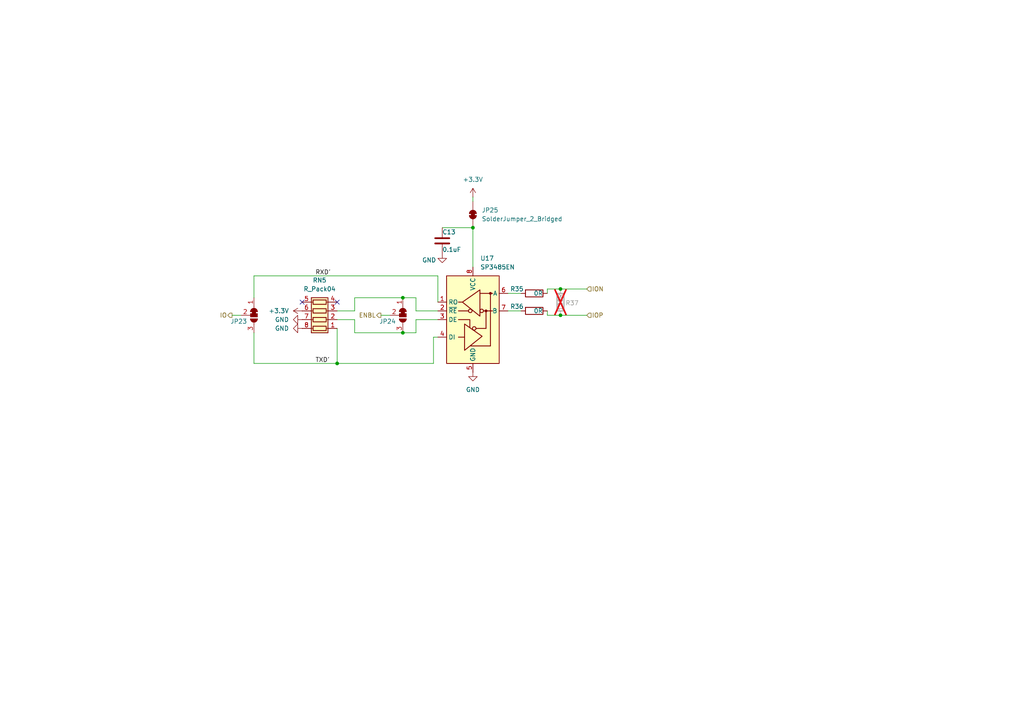
<source format=kicad_sch>
(kicad_sch (version 20250114) (generator "eeschema") (generator_version "9.0")
  (paper "A4")
  (lib_symbols
    (symbol "Device:R_Pack04" (pin_names (offset 0) (hide yes))
      (property "Reference" "RN" (at -7.62 0 90))
      (property "Value" "R_Pack04" (at 5.08 0 90))
      (symbol "R_Pack04_0_1"
        (rectangle (start -6.35 -2.413) (end 3.81 2.413) (stroke (width 0.254)) (fill (type background)))
        (rectangle (start -5.715 1.905) (end -4.445 -1.905) (stroke (width 0.254)))
        (polyline (pts (xy -5.08 1.905) (xy -5.08 2.54)))
        (polyline (pts (xy -5.08 -2.54) (xy -5.08 -1.905)))
        (rectangle (start -3.175 1.905) (end -1.905 -1.905) (stroke (width 0.254)))
        (polyline (pts (xy -2.54 1.905) (xy -2.54 2.54)))
        (polyline (pts (xy -2.54 -2.54) (xy -2.54 -1.905)))
        (rectangle (start -0.635 1.905) (end 0.635 -1.905) (stroke (width 0.254)))
        (polyline (pts (xy 0 1.905) (xy 0 2.54)))
        (polyline (pts (xy 0 -2.54) (xy 0 -1.905)))
        (rectangle (start 1.905 1.905) (end 3.175 -1.905) (stroke (width 0.254)))
        (polyline (pts (xy 2.54 1.905) (xy 2.54 2.54)))
        (polyline (pts (xy 2.54 -2.54) (xy 2.54 -1.905)))
      )
      (symbol "R_Pack04_1_1"
        (pin passive line (at -5.08 5.08 270) (length 2.54) (name "R1.2") (number "8"))
        (pin passive line (at -5.08 -5.08 90) (length 2.54) (name "R1.1") (number "1"))
        (pin passive line (at -2.54 5.08 270) (length 2.54) (name "R2.2") (number "7"))
        (pin passive line (at -2.54 -5.08 90) (length 2.54) (name "R2.1") (number "2"))
        (pin passive line (at 0 5.08 270) (length 2.54) (name "R3.2") (number "6"))
        (pin passive line (at 0 -5.08 90) (length 2.54) (name "R3.1") (number "3"))
        (pin passive line (at 2.54 5.08 270) (length 2.54) (name "R4.2") (number "5"))
        (pin passive line (at 2.54 -5.08 90) (length 2.54) (name "R4.1") (number "4"))
      )
    )
    (symbol "Interface_UART:SP3485EN"
      (property "Reference" "U" (at -7.62 13.97 0))
      (property "Value" "SP3485EN" (at 1.905 13.97 0))
      (symbol "SP3485EN_0_1"
        (rectangle (start -7.62 12.7) (end 7.62 -12.7) (stroke (width 0.254)) (fill (type background)))
        (polyline (pts (xy -4.191 2.54) (xy -1.27 2.54)) (stroke (width 0.254)))
        (polyline (pts (xy -4.191 0) (xy -0.889 0) (xy -0.889 -2.286)) (stroke (width 0.254)))
        (polyline (pts (xy -3.175 5.08) (xy -4.191 5.08) (xy -4.064 5.08)) (stroke (width 0.254)))
        (polyline (pts (xy -2.54 -5.08) (xy -4.191 -5.08)) (stroke (width 0.254)))
        (polyline (pts (xy -2.413 -5.08) (xy -2.413 -1.27) (xy 2.667 -4.826) (xy -2.413 -8.89) (xy -2.413 -5.08)) (stroke (width 0.254)))
        (polyline (pts (xy -0.635 -7.62) (xy 5.08 -7.62)) (stroke (width 0.254)))
        (circle (center 0.381 -2.54) (radius 0.508) (stroke (width 0.254)))
        (polyline (pts (xy 0.889 -2.54) (xy 3.81 -2.54)) (stroke (width 0.254)))
        (polyline (pts (xy 2.032 7.62) (xy 5.715 7.62)) (stroke (width 0.254)))
        (polyline (pts (xy 3.048 2.54) (xy 5.715 2.54)) (stroke (width 0.254)))
        (circle (center 3.81 2.54) (radius 0.2794) (stroke (width 0.254)) (fill (type outline)))
        (polyline (pts (xy 3.81 -2.54) (xy 3.81 2.54)) (stroke (width 0.254)))
        (polyline (pts (xy 5.08 -7.62) (xy 5.08 7.62)) (stroke (width 0.254)))
      )
      (symbol "SP3485EN_1_1"
        (circle (center -0.762 2.54) (radius 0.508) (stroke (width 0.254)))
        (polyline (pts (xy 2.032 4.826) (xy 2.032 8.636) (xy -3.048 5.08) (xy 2.032 1.016) (xy 2.032 4.826)) (stroke (width 0.254)))
        (circle (center 2.54 2.54) (radius 0.508) (stroke (width 0.254)))
        (circle (center 5.08 7.62) (radius 0.2794) (stroke (width 0.254)) (fill (type outline)))
        (pin output line (at -10.16 5.08 0) (length 2.54) (name "RO") (number "1"))
        (pin input line (at -10.16 2.54 0) (length 2.54) (name "~{RE}") (number "2"))
        (pin input line (at -10.16 0 0) (length 2.54) (name "DE") (number "3"))
        (pin input line (at -10.16 -5.08 0) (length 2.54) (name "DI") (number "4"))
        (pin power_in line (at 0 15.24 270) (length 2.54) (name "VCC") (number "8"))
        (pin power_in line (at 0 -15.24 90) (length 2.54) (name "GND") (number "5"))
        (pin bidirectional line (at 10.16 7.62 180) (length 2.54) (name "A") (number "6"))
        (pin bidirectional line (at 10.16 2.54 180) (length 2.54) (name "B") (number "7"))
      )
    )
    (symbol "Jumper:SolderJumper_2_Bridged" (pin_numbers (hide yes)) (pin_names (offset 0) (hide yes)) (in_bom no)
      (property "Reference" "JP" (at 0 2.032 0))
      (property "Value" "SolderJumper_2_Bridged" (at 0 -2.54 0))
      (symbol "SolderJumper_2_Bridged_0_1"
        (rectangle (start -0.508 0.508) (end 0.508 -0.508) (fill (type outline)))
        (polyline (pts (xy -0.254 1.016) (xy -0.254 -1.016)))
        (arc (start -0.254 -1.016) (mid -1.2656 0) (end -0.254 1.016))
        (arc (start -0.254 -1.016) (mid -1.2656 0) (end -0.254 1.016) (fill (type outline)))
        (arc (start 0.254 1.016) (mid 1.2656 0) (end 0.254 -1.016))
        (arc (start 0.254 1.016) (mid 1.2656 0) (end 0.254 -1.016) (fill (type outline)))
        (polyline (pts (xy 0.254 1.016) (xy 0.254 -1.016)))
      )
      (symbol "SolderJumper_2_Bridged_1_1"
        (pin passive line (at -3.81 0 0) (length 2.54) (name "A") (number "1"))
        (pin passive line (at 3.81 0 180) (length 2.54) (name "B") (number "2"))
      )
    )
    (symbol "Jumper:SolderJumper_3_Bridged12" (pin_names (offset 0) (hide yes)) (in_bom no)
      (property "Reference" "JP" (at -2.54 -2.54 0))
      (property "Value" "SolderJumper_3_Bridged12" (at 0 2.794 0))
      (symbol "SolderJumper_3_Bridged12_0_1"
        (polyline (pts (xy -2.54 0) (xy -2.032 0)))
        (polyline (pts (xy -1.016 1.016) (xy -1.016 -1.016)))
        (rectangle (start -1.016 0.508) (end -0.508 -0.508) (fill (type outline)))
        (arc (start -1.016 -1.016) (mid -2.0276 0) (end -1.016 1.016))
        (arc (start -1.016 -1.016) (mid -2.0276 0) (end -1.016 1.016) (fill (type outline)))
        (rectangle (start -0.508 1.016) (end 0.508 -1.016) (fill (type outline)))
        (polyline (pts (xy 0 -1.27) (xy 0 -1.016)))
        (arc (start 1.016 1.016) (mid 2.0276 0) (end 1.016 -1.016))
        (arc (start 1.016 1.016) (mid 2.0276 0) (end 1.016 -1.016) (fill (type outline)))
        (polyline (pts (xy 1.016 1.016) (xy 1.016 -1.016)))
        (polyline (pts (xy 2.54 0) (xy 2.032 0)))
      )
      (symbol "SolderJumper_3_Bridged12_1_1"
        (pin passive line (at -5.08 0 0) (length 2.54) (name "A") (number "1"))
        (pin passive line (at 0 -3.81 90) (length 2.54) (name "C") (number "2"))
        (pin passive line (at 5.08 0 180) (length 2.54) (name "B") (number "3"))
      )
    )
    (symbol "Library:C" (pin_numbers (hide yes)) (pin_names (offset 0.254))
      (property "Reference" "C" (at 0.635 2.54 0))
      (property "Value" "C" (at 0.635 -2.54 0))
      (symbol "C_0_1"
        (polyline (pts (xy -2.032 0.762) (xy 2.032 0.762)) (stroke (width 0.508)))
        (polyline (pts (xy -2.032 -0.762) (xy 2.032 -0.762)) (stroke (width 0.508)))
      )
      (symbol "C_1_1"
        (pin passive line (at 0 3.81 270) (length 2.794) (name "~") (number "1"))
        (pin passive line (at 0 -3.81 90) (length 2.794) (name "~") (number "2"))
      )
    )
    (symbol "Library:R" (pin_numbers (hide yes)) (pin_names (offset 0))
      (property "Reference" "R" (at 2.032 0 90))
      (property "Value" "R" (at 0 0 90))
      (symbol "R_0_1"
        (rectangle (start -1.016 -2.54) (end 1.016 2.54) (stroke (width 0.254)))
      )
      (symbol "R_1_1"
        (pin passive line (at 0 3.81 270) (length 1.27) (name "~") (number "1"))
        (pin passive line (at 0 -3.81 90) (length 1.27) (name "~") (number "2"))
      )
    )
    (symbol "power:+3.3V" (power) (pin_numbers (hide yes)) (pin_names (offset 0) (hide yes))
      (property "Value" "+3.3V" (at 0 3.556 0))
      (symbol "+3.3V_0_1"
        (polyline (pts (xy -0.762 1.27) (xy 0 2.54)))
        (polyline (pts (xy 0 2.54) (xy 0.762 1.27)))
        (polyline (pts (xy 0 0) (xy 0 2.54)))
      )
      (symbol "+3.3V_1_1"
        (pin power_in line (at 0 0 90) (length 0) (name "~") (number "1"))
      )
    )
    (symbol "power:GND" (power) (pin_numbers (hide yes)) (pin_names (offset 0) (hide yes))
      (property "Value" "GND" (at 0 -3.81 0))
      (symbol "GND_0_1"
        (polyline (pts (xy 0 0) (xy 0 -1.27) (xy 1.27 -1.27) (xy 0 -2.54) (xy -1.27 -1.27) (xy 0 -1.27)))
      )
      (symbol "GND_1_1"
        (pin power_in line (at 0 0 270) (length 0) (name "~") (number "1"))
      )
    )
  )
  (junction (at 137.16 66.04))
  (junction (at 116.84 96.52))
  (junction (at 162.56 91.44))
  (junction (at 97.79 105.41))
  (junction (at 116.84 86.36))
  (junction (at 162.56 83.82))
  (no_connect (at 97.79 87.63))
  (no_connect (at 87.63 87.63))
  (wire (pts (xy 102.87 92.71) (xy 102.87 96.52)))
  (wire (pts (xy 97.79 90.17) (xy 102.87 90.17)))
  (wire (pts (xy 151.13 90.17) (xy 147.32 90.17)))
  (wire (pts (xy 110.49 91.44) (xy 113.03 91.44)))
  (wire (pts (xy 97.79 105.41) (xy 125.73 105.41)))
  (wire (pts (xy 170.18 91.44) (xy 162.56 91.44)))
  (wire (pts (xy 137.16 57.15) (xy 137.16 58.42)))
  (wire (pts (xy 73.66 80.01) (xy 127 80.01)))
  (wire (pts (xy 137.16 66.04) (xy 128.27 66.04)))
  (wire (pts (xy 97.79 95.25) (xy 97.79 105.41)))
  (wire (pts (xy 158.75 83.82) (xy 158.75 85.09)))
  (wire (pts (xy 158.75 91.44) (xy 162.56 91.44)))
  (wire (pts (xy 102.87 86.36) (xy 116.84 86.36)))
  (wire (pts (xy 147.32 85.09) (xy 151.13 85.09)))
  (wire (pts (xy 125.73 97.79) (xy 127 97.79)))
  (wire (pts (xy 127 92.71) (xy 120.65 92.71)))
  (wire (pts (xy 102.87 90.17) (xy 102.87 86.36)))
  (wire (pts (xy 125.73 105.41) (xy 125.73 97.79)))
  (wire (pts (xy 120.65 96.52) (xy 116.84 96.52)))
  (wire (pts (xy 158.75 91.44) (xy 158.75 90.17)))
  (wire (pts (xy 127 80.01) (xy 127 87.63)))
  (wire (pts (xy 116.84 86.36) (xy 120.65 86.36)))
  (wire (pts (xy 120.65 86.36) (xy 120.65 90.17)))
  (wire (pts (xy 73.66 105.41) (xy 73.66 96.52)))
  (wire (pts (xy 67.31 91.44) (xy 69.85 91.44)))
  (wire (pts (xy 158.75 83.82) (xy 162.56 83.82)))
  (wire (pts (xy 102.87 96.52) (xy 116.84 96.52)))
  (wire (pts (xy 170.18 83.82) (xy 162.56 83.82)))
  (wire (pts (xy 73.66 80.01) (xy 73.66 86.36)))
  (wire (pts (xy 97.79 92.71) (xy 102.87 92.71)))
  (wire (pts (xy 120.65 92.71) (xy 120.65 96.52)))
  (wire (pts (xy 120.65 90.17) (xy 127 90.17)))
  (wire (pts (xy 137.16 77.47) (xy 137.16 66.04)))
  (wire (pts (xy 73.66 105.41) (xy 97.79 105.41)))
  (label "TXD'" (at 91.44 105.41 0))
  (label "RXD'" (at 91.44 80.01 0))
  (hierarchical_label "ION" (shape input) (at 170.18 83.82 0))
  (hierarchical_label "ENBL" (shape output) (at 110.49 91.44 180))
  (hierarchical_label "IO" (shape output) (at 67.31 91.44 180))
  (hierarchical_label "IOP" (shape input) (at 170.18 91.44 0))
  (symbol (lib_id "Jumper:SolderJumper_3_Bridged12") (at 73.66 91.44 270) (unit 1) (in_bom no)
    (property "Reference" "JP11" (at 66.802 93.218 90) (effects (justify left)))
    (property "Value" "SolderJumper_3_Bridged12" (effects (hide yes)))
    (property "Footprint" "Jumper:SolderJumper-3_P1.3mm_Bridged12_Pad1.0x1.5mm" (effects (hide yes)))
    (property "Description" "3-pole Solder Jumper, pins 1+2 closed/bridged" (effects (hide yes)))
    (instances (project "esp-motioncontroller" (path "" (reference "JP23") (unit 1)) (path "" (reference "JP29") (unit 1)) (path "" (reference "JP26") (unit 1)) (path "" (reference "JP20") (unit 1)) (path "" (reference "JP11") (unit 1)) (path "" (reference "JP14") (unit 1))))
  )
  (symbol (lib_id "Jumper:SolderJumper_2_Bridged") (at 137.16 62.23 90) (unit 1) (in_bom no)
    (property "Reference" "JP13" (at 139.7 60.9599 90) (effects (justify right)))
    (property "Value" "SolderJumper_2_Bridged" (at 139.7 63.4999 90) (effects (justify right)))
    (property "Footprint" "Jumper:SolderJumper-2_P1.3mm_Bridged_RoundedPad1.0x1.5mm" (effects (hide yes)))
    (property "Description" "Solder Jumper, 2-pole, closed/bridged" (effects (hide yes)))
    (instances (project "esp-motioncontroller" (path "" (reference "JP25") (unit 1)) (path "" (reference "JP31") (unit 1)) (path "" (reference "JP28") (unit 1)) (path "" (reference "JP22") (unit 1)) (path "" (reference "JP13") (unit 1)) (path "" (reference "JP16") (unit 1))))
  )
  (symbol (lib_id "power:GND") (at 137.16 107.95 0) (unit 1)
    (property "Reference" "#PWR053" (effects (hide yes)))
    (property "Value" "GND" (at 137.16 113.03 0))
    (property "Description" "Power symbol creates a global label with name \"GND\" , ground" (effects (hide yes)))
    (instances (project "esp-motioncontroller" (path "" (reference "#PWR089") (unit 1)) (path "" (reference "#PWR0101") (unit 1)) (path "" (reference "#PWR095") (unit 1)) (path "" (reference "#PWR083") (unit 1)) (path "" (reference "#PWR053") (unit 1)) (path "" (reference "#PWR062") (unit 1))))
  )
  (symbol (lib_id "Library:R") (at 162.56 87.63 180) (unit 1) (dnp yes)
    (property "Reference" "R31" (at 167.894 87.884 0) (effects (justify left)))
    (property "Value" "120R" (at 162.56 85.09 90) (effects (justify left)))
    (property "Footprint" "Resistor_SMD:R_0603_1608Metric" (effects (hide yes)))
    (property "LCSC Part #" "C22787" (effects (hide yes)))
    (instances (project "esp-motioncontroller" (path "" (reference "R37") (unit 1)) (path "" (reference "R43") (unit 1)) (path "" (reference "R40") (unit 1)) (path "" (reference "R34") (unit 1)) (path "" (reference "R31") (unit 1)) (path "" (reference "R25") (unit 1))))
  )
  (symbol (lib_id "power:+3.3V") (at 87.63 90.17 90) (unit 1)
    (property "Reference" "#PWR034" (effects (hide yes)))
    (property "Value" "+3.3V" (at 83.82 90.1699 90) (effects (justify left)))
    (property "Description" "Power symbol creates a global label with name \"+3.3V\"" (effects (hide yes)))
    (instances (project "esp-motioncontroller" (path "" (reference "#PWR084") (unit 1)) (path "" (reference "#PWR096") (unit 1)) (path "" (reference "#PWR090") (unit 1)) (path "" (reference "#PWR076") (unit 1)) (path "" (reference "#PWR034") (unit 1)) (path "" (reference "#PWR054") (unit 1))))
  )
  (symbol (lib_id "Device:R_Pack04") (at 92.71 90.17 90) (unit 1)
    (property "Reference" "RN1" (at 92.71 81.28 90))
    (property "Value" "R_Pack04" (at 92.71 83.82 90))
    (property "Footprint" "Resistor_SMD:R_Array_Convex_4x0603" (effects (hide yes)))
    (property "Description" "4 resistor network, parallel topology" (effects (hide yes)))
    (property "LCSC Part #" "C29718" (effects (hide yes)))
    (instances (project "esp-motioncontroller" (path "" (reference "RN5") (unit 1)) (path "" (reference "RN7") (unit 1)) (path "" (reference "RN6") (unit 1)) (path "" (reference "RN4") (unit 1)) (path "" (reference "RN1") (unit 1)) (path "" (reference "RN2") (unit 1))))
  )
  (symbol (lib_id "power:GND") (at 87.63 92.71 270) (unit 1)
    (property "Reference" "#PWR035" (effects (hide yes)))
    (property "Value" "GND" (at 83.82 92.7099 90) (effects (justify right)))
    (property "Description" "Power symbol creates a global label with name \"GND\" , ground" (effects (hide yes)))
    (instances (project "esp-motioncontroller" (path "" (reference "#PWR085") (unit 1)) (path "" (reference "#PWR097") (unit 1)) (path "" (reference "#PWR091") (unit 1)) (path "" (reference "#PWR079") (unit 1)) (path "" (reference "#PWR035") (unit 1)) (path "" (reference "#PWR055") (unit 1))))
  )
  (symbol (lib_id "power:GND") (at 128.27 73.66 0) (unit 1)
    (property "Reference" "#PWR049" (effects (hide yes)))
    (property "Value" "GND" (at 124.46 75.438 0))
    (property "Description" "Power symbol creates a global label with name \"GND\" , ground" (effects (hide yes)))
    (instances (project "esp-motioncontroller" (path "" (reference "#PWR087") (unit 1)) (path "" (reference "#PWR099") (unit 1)) (path "" (reference "#PWR093") (unit 1)) (path "" (reference "#PWR081") (unit 1)) (path "" (reference "#PWR049") (unit 1)) (path "" (reference "#PWR060") (unit 1))))
  )
  (symbol (lib_id "Jumper:SolderJumper_3_Bridged12") (at 116.84 91.44 270) (unit 1) (in_bom no)
    (property "Reference" "JP12" (at 109.982 93.218 90) (effects (justify left)))
    (property "Value" "SolderJumper_3_Bridged12" (effects (hide yes)))
    (property "Footprint" "Jumper:SolderJumper-3_P1.3mm_Bridged12_Pad1.0x1.5mm" (effects (hide yes)))
    (property "Description" "3-pole Solder Jumper, pins 1+2 closed/bridged" (effects (hide yes)))
    (instances (project "esp-motioncontroller" (path "" (reference "JP24") (unit 1)) (path "" (reference "JP30") (unit 1)) (path "" (reference "JP27") (unit 1)) (path "" (reference "JP21") (unit 1)) (path "" (reference "JP12") (unit 1)) (path "" (reference "JP15") (unit 1))))
  )
  (symbol (lib_id "power:GND") (at 87.63 95.25 270) (unit 1)
    (property "Reference" "#PWR042" (effects (hide yes)))
    (property "Value" "GND" (at 83.82 95.2499 90) (effects (justify right)))
    (property "Description" "Power symbol creates a global label with name \"GND\" , ground" (effects (hide yes)))
    (instances (project "esp-motioncontroller" (path "" (reference "#PWR086") (unit 1)) (path "" (reference "#PWR098") (unit 1)) (path "" (reference "#PWR092") (unit 1)) (path "" (reference "#PWR080") (unit 1)) (path "" (reference "#PWR042") (unit 1)) (path "" (reference "#PWR057") (unit 1))))
  )
  (symbol (lib_id "Interface_UART:SP3485EN") (at 137.16 92.71 0) (unit 1)
    (property "Reference" "U2" (at 139.3033 74.93 0) (effects (justify left)))
    (property "Value" "SP3485EN" (at 139.3033 77.47 0) (effects (justify left)))
    (property "Footprint" "Package_SO:SOIC-8_3.9x4.9mm_P1.27mm" (effects (hide yes)))
    (property "Datasheet" "http://www.icbase.com/pdf/SPX/SPX00480106.pdf" (effects (hide yes)))
    (property "Description" "Industrial 3.3V Low Power Half-Duplex RS-485 Transceiver 10Mbps, SOIC-8" (effects (hide yes)))
    (property "LCSC Part #" "C8963" (effects (hide yes)))
    (instances (project "esp-motioncontroller" (path "" (reference "U17") (unit 1)) (path "" (reference "U19") (unit 1)) (path "" (reference "U18") (unit 1)) (path "" (reference "U16") (unit 1)) (path "" (reference "U2") (unit 1)) (path "" (reference "U5") (unit 1))))
  )
  (symbol (lib_id "Library:C") (at 128.27 69.85 0) (unit 1)
    (property "Reference" "C7" (at 128.27 67.31 0) (effects (justify left)))
    (property "Value" "0.1uF" (at 128.27 72.39 0) (effects (justify left)))
    (property "Footprint" "Capacitor_SMD:C_0603_1608Metric" (effects (hide yes)))
    (property "LCSC Part #" "C14663" (effects (hide yes)))
    (instances (project "esp-motioncontroller" (path "" (reference "C13") (unit 1)) (path "" (reference "C15") (unit 1)) (path "" (reference "C14") (unit 1)) (path "" (reference "C11") (unit 1)) (path "" (reference "C7") (unit 1)) (path "" (reference "C9") (unit 1))))
  )
  (symbol (lib_id "Library:R") (at 154.94 85.09 90) (unit 1)
    (property "Reference" "R28" (at 151.892 83.82 90) (effects (justify left)))
    (property "Value" "0R" (at 157.48 85.09 90) (effects (justify left)))
    (property "Footprint" "Resistor_SMD:R_0603_1608Metric" (effects (hide yes)))
    (property "LCSC Part #" "C21189" (effects (hide yes)))
    (instances (project "esp-motioncontroller" (path "" (reference "R35") (unit 1)) (path "" (reference "R41") (unit 1)) (path "" (reference "R38") (unit 1)) (path "" (reference "R32") (unit 1)) (path "" (reference "R28") (unit 1)) (path "" (reference "R4") (unit 1))))
  )
  (symbol (lib_id "Library:R") (at 154.94 90.17 90) (unit 1)
    (property "Reference" "R29" (at 151.892 88.9 90) (effects (justify left)))
    (property "Value" "0R" (at 157.48 90.17 90) (effects (justify left)))
    (property "Footprint" "Resistor_SMD:R_0603_1608Metric" (effects (hide yes)))
    (property "LCSC Part #" "C21189" (effects (hide yes)))
    (instances (project "esp-motioncontroller" (path "" (reference "R36") (unit 1)) (path "" (reference "R42") (unit 1)) (path "" (reference "R39") (unit 1)) (path "" (reference "R33") (unit 1)) (path "" (reference "R29") (unit 1)) (path "" (reference "R24") (unit 1))))
  )
  (symbol (lib_id "power:+3.3V") (at 137.16 57.15 0) (unit 1)
    (property "Reference" "#PWR050" (effects (hide yes)))
    (property "Value" "+3.3V" (at 137.16 52.07 0))
    (property "Description" "Power symbol creates a global label with name \"+3.3V\"" (effects (hide yes)))
    (instances (project "esp-motioncontroller" (path "" (reference "#PWR088") (unit 1)) (path "" (reference "#PWR0100") (unit 1)) (path "" (reference "#PWR094") (unit 1)) (path "" (reference "#PWR082") (unit 1)) (path "" (reference "#PWR050") (unit 1)) (path "" (reference "#PWR061") (unit 1))))
  )
)
</source>
